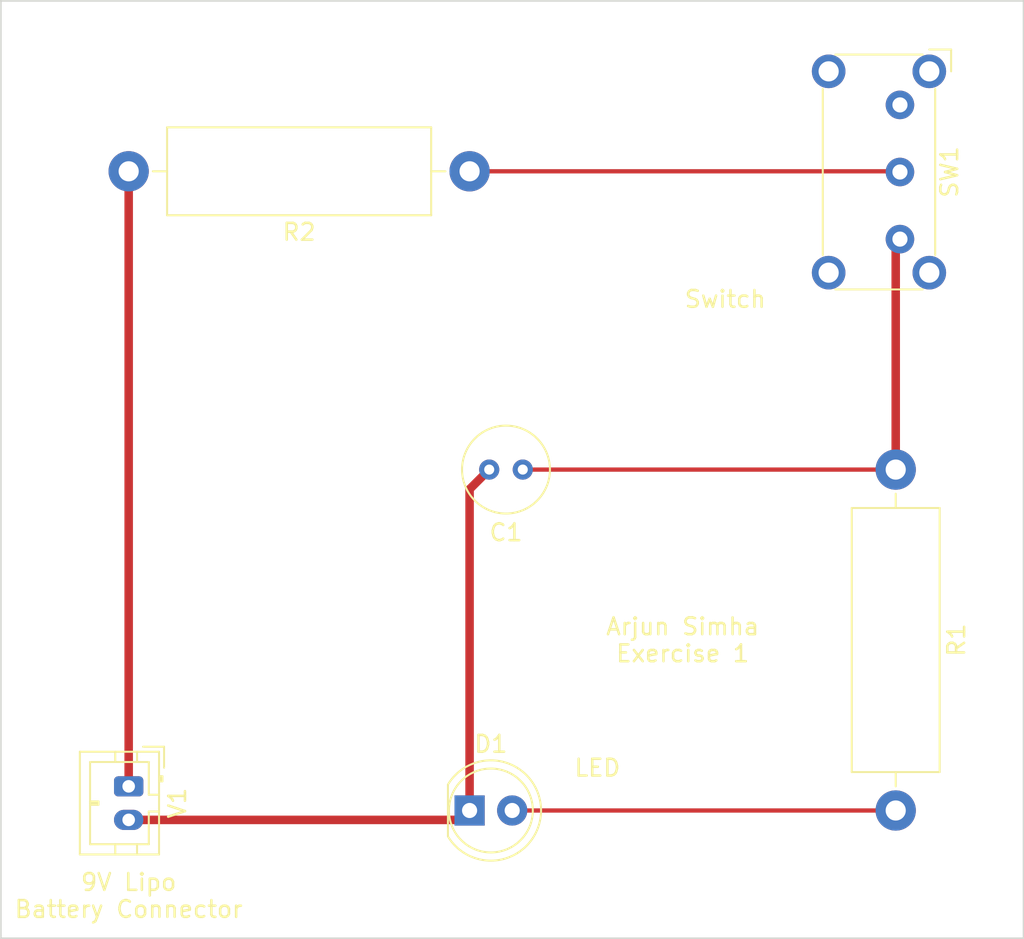
<source format=kicad_pcb>
(kicad_pcb (version 20211014) (generator pcbnew)
  (layers (0 "F.Cu" signal) (31 "B.Cu" signal) (34 "B.Paste" user) (35 "F.Paste" user) (36 "B.SilkS" user "B.Silkscreen") (37 "F.SilkS" user "F.Silkscreen") (38 "B.Mask" user) (39 "F.Mask" user) (44 "Edge.Cuts" user))
  (net 0 "")
  (net 1 "Net-(C1-Pad1)")
  (net 2 "Net-(C1-Pad2)")
  (net 3 "Net-(D1-Pad2)")
  (net 4 "Net-(R2-Pad1)")
  (net 5 "Net-(R2-Pad2)")
  (footprint "Connector_JST:JST_PH_B2B-PH-K_1x02_P2.00mm_Vertical" (layer "F.Cu") (at 109.22 97.62 -90)
    (fp_text reference "V1" (at 1 -2.9 90) (layer "F.SilkS"))
    (fp_text value "9 V")
    (fp_line (start 0.9 1.8) (end 1.1 1.8) (layer "F.SilkS") (width 0.12))
    (fp_line (start 4.06 -1.81) (end -2.06 -1.81) (layer "F.SilkS") (width 0.12))
    (fp_line (start -1.45 -1.2) (end -1.45 2.3) (layer "F.SilkS") (width 0.12))
    (fp_line (start -2.06 2.91) (end 4.06 2.91) (layer "F.SilkS") (width 0.12))
    (fp_line (start 0.9 2.3) (end 0.9 1.8) (layer "F.SilkS") (width 0.12))
    (fp_line (start 4.06 -0.5) (end 3.45 -0.5) (layer "F.SilkS") (width 0.12))
    (fp_line (start 3.45 -1.2) (end 1.5 -1.2) (layer "F.SilkS") (width 0.12))
    (fp_line (start 4.06 0.8) (end 3.45 0.8) (layer "F.SilkS") (width 0.12))
    (fp_line (start -1.11 -2.11) (end -2.36 -2.11) (layer "F.SilkS") (width 0.12))
    (fp_line (start 3.45 2.3) (end 3.45 -1.2) (layer "F.SilkS") (width 0.12))
    (fp_line (start -2.06 -0.5) (end -1.45 -0.5) (layer "F.SilkS") (width 0.12))
    (fp_line (start 1 2.3) (end 1 1.8) (layer "F.SilkS") (width 0.12))
    (fp_line (start -0.6 -2.01) (end -0.6 -1.81) (layer "F.SilkS") (width 0.12))
    (fp_line (start -2.36 -2.11) (end -2.36 -0.86) (layer "F.SilkS") (width 0.12))
    (fp_line (start -1.45 2.3) (end 3.45 2.3) (layer "F.SilkS") (width 0.12))
    (fp_line (start -0.3 -1.81) (end -0.3 -2.01) (layer "F.SilkS") (width 0.12))
    (fp_line (start -2.06 0.8) (end -1.45 0.8) (layer "F.SilkS") (width 0.12))
    (fp_line (start 0.5 -1.81) (end 0.5 -1.2) (layer "F.SilkS") (width 0.12))
    (fp_line (start 1.1 1.8) (end 1.1 2.3) (layer "F.SilkS") (width 0.12))
    (fp_line (start 4.06 2.91) (end 4.06 -1.81) (layer "F.SilkS") (width 0.12))
    (fp_line (start -2.06 -1.81) (end -2.06 2.91) (layer "F.SilkS") (width 0.12))
    (fp_line (start -0.3 -1.91) (end -0.6 -1.91) (layer "F.SilkS") (width 0.12))
    (fp_line (start 1.5 -1.2) (end 1.5 -1.81) (layer "F.SilkS") (width 0.12))
    (fp_line (start 0.5 -1.2) (end -1.45 -1.2) (layer "F.SilkS") (width 0.12))
    (fp_line (start -0.3 -2.01) (end -0.6 -2.01) (layer "F.SilkS") (width 0.12))
    (pad "1" thru_hole roundrect (at 0 0 270) (size 1.2 1.75) (drill 0.75) (layers *.Cu *.Mask) (roundrect_rratio 0.208333) (net 5 "Net-(R2-Pad2)"))
    (pad "2" thru_hole oval (at 2 0 270) (size 1.2 1.75) (drill 0.75) (layers *.Cu *.Mask) (net 2 "Net-(C1-Pad2)"))
  )
  (footprint "Resistor_THT:R_Axial_DIN0516_L15.5mm_D5.0mm_P20.32mm_Horizontal" (layer "F.Cu") (at 129.54 60.96 180)
    (fp_text reference "R2" (at 10.16 -3.62) (layer "F.SilkS"))
    (fp_text value "2.2 kΩ")
    (fp_line (start 2.29 2.62) (end 18.03 2.62) (layer "F.SilkS") (width 0.12))
    (fp_line (start 18.03 2.62) (end 18.03 -2.62) (layer "F.SilkS") (width 0.12))
    (fp_line (start 18.03 -2.62) (end 2.29 -2.62) (layer "F.SilkS") (width 0.12))
    (fp_line (start 18.88 0) (end 18.03 0) (layer "F.SilkS") (width 0.12))
    (fp_line (start 2.29 -2.62) (end 2.29 2.62) (layer "F.SilkS") (width 0.12))
    (fp_line (start 1.44 0) (end 2.29 0) (layer "F.SilkS") (width 0.12))
    (pad "1" thru_hole circle (at 0 0 180) (size 2.4 2.4) (drill 1.2) (layers *.Cu *.Mask) (net 4 "Net-(R2-Pad1)"))
    (pad "2" thru_hole oval (at 20.32 0 180) (size 2.4 2.4) (drill 1.2) (layers *.Cu *.Mask) (net 5 "Net-(R2-Pad2)"))
  )
  (footprint "Resistor_THT:R_Axial_DIN0516_L15.5mm_D5.0mm_P20.32mm_Horizontal" (layer "F.Cu") (at 154.94 78.74 -90)
    (fp_text reference "R1" (at 10.16 -3.62 90) (layer "F.SilkS"))
    (fp_text value "20 kΩ")
    (fp_line (start 2.29 -2.62) (end 2.29 2.62) (layer "F.SilkS") (width 0.12))
    (fp_line (start 18.03 -2.62) (end 2.29 -2.62) (layer "F.SilkS") (width 0.12))
    (fp_line (start 1.44 0) (end 2.29 0) (layer "F.SilkS") (width 0.12))
    (fp_line (start 18.88 0) (end 18.03 0) (layer "F.SilkS") (width 0.12))
    (fp_line (start 2.29 2.62) (end 18.03 2.62) (layer "F.SilkS") (width 0.12))
    (fp_line (start 18.03 2.62) (end 18.03 -2.62) (layer "F.SilkS") (width 0.12))
    (pad "1" thru_hole circle (at 0 0 270) (size 2.4 2.4) (drill 1.2) (layers *.Cu *.Mask) (net 1 "Net-(C1-Pad1)"))
    (pad "2" thru_hole oval (at 20.32 0 270) (size 2.4 2.4) (drill 1.2) (layers *.Cu *.Mask) (net 3 "Net-(D1-Pad2)"))
  )
  (footprint "LED_THT:LED_D5.0mm" (layer "F.Cu") (at 129.54 99.06)
    (fp_text reference "D1" (at 1.27 -3.96) (layer "F.SilkS"))
    (fp_text value "LED")
    (fp_line (start -1.29 -1.545) (end -1.29 1.545) (layer "F.SilkS") (width 0.12))
    (fp_arc (start 4.26 -0.000462) (mid 2.072002 2.880433) (end -1.29 1.54483) (layer "F.SilkS") (width 0.12))
    (fp_arc (start -1.29 -1.54483) (mid 2.072002 -2.880433) (end 4.26 0.000462) (layer "F.SilkS") (width 0.12))
    (fp_circle (center 1.27 0) (end 3.77 0) (layer "F.SilkS") (width 0.12) (fill none))
    (pad "1" thru_hole rect (at 0 0) (size 1.8 1.8) (drill 0.9) (layers *.Cu *.Mask) (net 2 "Net-(C1-Pad2)"))
    (pad "2" thru_hole circle (at 2.54 0) (size 1.8 1.8) (drill 0.9) (layers *.Cu *.Mask) (net 3 "Net-(D1-Pad2)"))
  )
  (footprint "Button_Switch_THT:SW_E-Switch_EG1224_SPDT_Angled" (layer "F.Cu") (at 155.1925 57.0025 -90)
    (fp_text reference "SW1" (at 4 -2.95 90) (layer "F.SilkS"))
    (fp_text value "SW_SPDT")
    (fp_line (start 8.95 4.6) (end -0.95 4.6) (layer "F.SilkS") (width 0.12))
    (fp_line (start 11 -1.35) (end 11 3.85) (layer "F.SilkS") (width 0.12))
    (fp_line (start -3 3.85) (end -3 -1.35) (layer "F.SilkS") (width 0.12))
    (fp_line (start -3.3 -3.05) (end -2 -3.05) (layer "F.SilkS") (width 0.12))
    (fp_line (start -0.95 -2.1) (end 8.95 -2.1) (layer "F.SilkS") (width 0.12))
    (fp_line (start -3.3 -1.75) (end -3.3 -3.05) (layer "F.SilkS") (width 0.12))
    (pad "" thru_hole circle (at 10 4.25 270) (size 2 2) (drill 1.2) (layers *.Cu *.Mask))
    (pad "" thru_hole circle (at 10 -1.75 270) (size 2 2) (drill 1.2) (layers *.Cu *.Mask))
    (pad "" thru_hole circle (at -2 -1.75 270) (size 2 2) (drill 1.2) (layers *.Cu *.Mask))
    (pad "" thru_hole circle (at -2 4.25 270) (size 2 2) (drill 1.2) (layers *.Cu *.Mask))
    (pad "1" thru_hole circle (at 0 0 270) (size 1.7 1.7) (drill 0.9) (layers *.Cu *.Mask))
    (pad "2" thru_hole circle (at 4 0 270) (size 1.7 1.7) (drill 0.9) (layers *.Cu *.Mask) (net 4 "Net-(R2-Pad1)"))
    (pad "3" thru_hole circle (at 8 0 270) (size 1.7 1.7) (drill 0.9) (layers *.Cu *.Mask) (net 1 "Net-(C1-Pad1)"))
  )
  (footprint "Capacitor_THT:C_Radial_D5.0mm_H5.0mm_P2.00mm" (layer "F.Cu") (at 132.71 78.74 180)
    (fp_text reference "C1" (at 1 -3.75) (layer "F.SilkS"))
    (fp_text value "4.7 μF")
    (fp_circle (center 1 0) (end 3.62 0) (layer "F.SilkS") (width 0.12) (fill none))
    (pad "1" thru_hole circle (at 0 0 180) (size 1.2 1.2) (drill 0.6) (layers *.Cu *.Mask) (net 1 "Net-(C1-Pad1)"))
    (pad "2" thru_hole circle (at 2 0 180) (size 1.2 1.2) (drill 0.6) (layers *.Cu *.Mask) (net 2 "Net-(C1-Pad2)"))
  )
  (gr_rect (start 101.6 50.8) (end 162.56 106.68) (layer "Edge.Cuts") (width 0.1) (fill none))
  (gr_text "9V Lipo\nBattery Connector" (at 109.22 104.14) (layer "F.SilkS") (effects (font (size 1 1))))
  (gr_text "Switch" (at 144.78 68.58) (layer "F.SilkS") (effects (font (size 1 1))))
  (gr_text "Arjun Simha\nExercise 1" (at 142.24 88.9) (layer "F.SilkS") (effects (font (size 1 1))))
  (gr_text "LED" (at 137.16 96.52) (layer "F.SilkS") (effects (font (size 1 1))))
  (segment (start 132.71 78.74) (end 154.94 78.74) (width 0.254) (layer "F.Cu") (net 1))
  (segment (start 155.1925 78.4875) (end 154.94 78.74) (width 0.508) (layer "F.Cu") (net 1))
  (segment (start 154.94 78.74) (end 154.94 65.255) (width 0.508) (layer "F.Cu") (net 1))
  (segment (start 154.94 65.255) (end 155.1925 65.0025) (width 0.508) (layer "F.Cu") (net 1))
  (segment (start 109.22 99.62) (end 128.98 99.62) (width 0.508) (layer "F.Cu") (net 2))
  (segment (start 129.54 99.06) (end 129.54 79.91) (width 0.508) (layer "F.Cu") (net 2))
  (segment (start 129.54 79.91) (end 130.71 78.74) (width 0.508) (layer "F.Cu") (net 2))
  (segment (start 128.98 99.62) (end 129.54 99.06) (width 0.508) (layer "F.Cu") (net 2))
  (segment (start 132.08 99.06) (end 154.94 99.06) (width 0.254) (layer "F.Cu") (net 3))
  (segment (start 155.15 60.96) (end 155.1925 61.0025) (width 0.254) (layer "F.Cu") (net 4))
  (segment (start 129.54 60.96) (end 155.15 60.96) (width 0.254) (layer "F.Cu") (net 4))
  (segment (start 109.22 60.96) (end 109.22 97.62) (width 0.508) (layer "F.Cu") (net 5))
)
</source>
